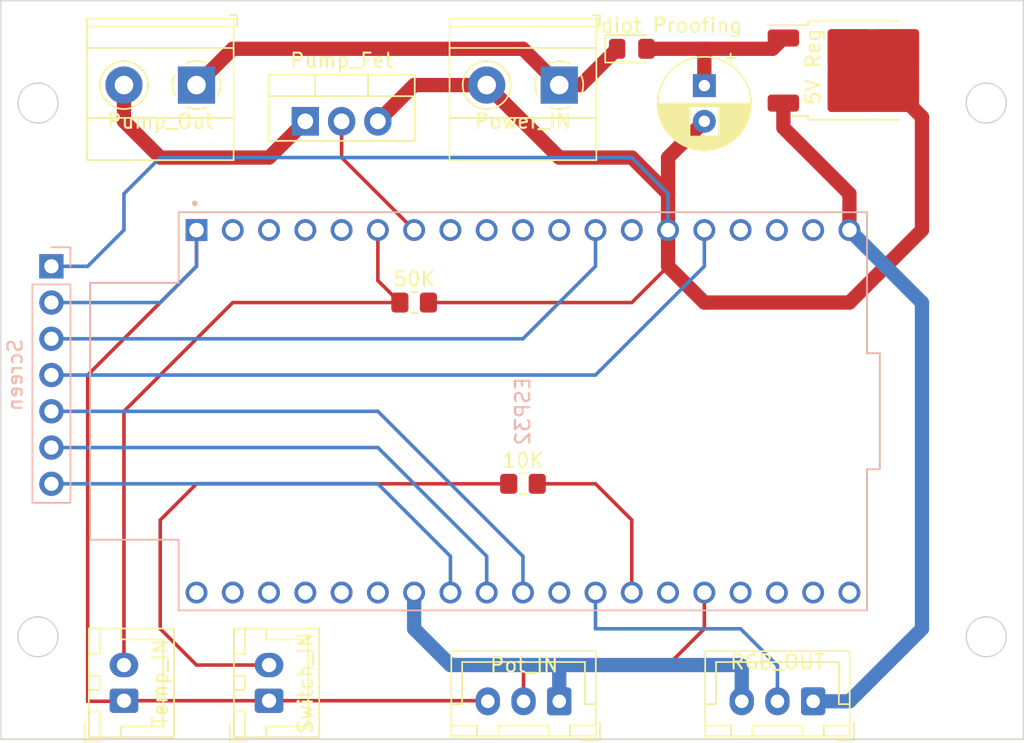
<source format=kicad_pcb>
(kicad_pcb (version 20221018) (generator pcbnew)
  (layers (0 "F.Cu" signal) (31 "B.Cu" signal) (34 "B.Paste" user) (35 "F.Paste" user) (36 "B.SilkS" user "B.Silkscreen") (37 "F.SilkS" user "F.Silkscreen") (38 "B.Mask" user) (39 "F.Mask" user) (44 "Edge.Cuts" user))
  (net 0 "")
  (footprint "Connector_JST:JST_XH_B2B-XH-A_1x02_P2.50mm_Vertical" (layer "F.Cu") (at 134.62 121.88 90)
    (fp_text reference "Temp_IN" (at 1.25 2.54 90) (layer "F.SilkS"))
    (fp_text value "Thermistor_OUT" hide)
    (fp_line (start -2.85 -2.75) (end -2.85 -1.5) (stroke (width 0.12)) (layer "F.SilkS"))
    (fp_line (start -2.56 -2.46) (end -2.56 3.51) (stroke (width 0.12)) (layer "F.SilkS"))
    (fp_line (start -2.56 3.51) (end 5.06 3.51) (stroke (width 0.12)) (layer "F.SilkS"))
    (fp_line (start -2.55 -2.45) (end -2.55 -1.7) (stroke (width 0.12)) (layer "F.SilkS"))
    (fp_line (start -2.55 -1.7) (end -0.75 -1.7) (stroke (width 0.12)) (layer "F.SilkS"))
    (fp_line (start -2.55 -0.2) (end -1.8 -0.2) (stroke (width 0.12)) (layer "F.SilkS"))
    (fp_line (start -1.8 -0.2) (end -1.8 2.75) (stroke (width 0.12)) (layer "F.SilkS"))
    (fp_line (start -1.8 2.75) (end 1.25 2.75) (stroke (width 0.12)) (layer "F.SilkS"))
    (fp_line (start -1.6 -2.75) (end -2.85 -2.75) (stroke (width 0.12)) (layer "F.SilkS"))
    (fp_line (start -0.75 -2.45) (end -2.55 -2.45) (stroke (width 0.12)) (layer "F.SilkS"))
    (fp_line (start -0.75 -1.7) (end -0.75 -2.45) (stroke (width 0.12)) (layer "F.SilkS"))
    (fp_line (start 0.75 -2.45) (end 0.75 -1.7) (stroke (width 0.12)) (layer "F.SilkS"))
    (fp_line (start 0.75 -1.7) (end 1.75 -1.7) (stroke (width 0.12)) (layer "F.SilkS"))
    (fp_line (start 1.75 -2.45) (end 0.75 -2.45) (stroke (width 0.12)) (layer "F.SilkS"))
    (fp_line (start 1.75 -1.7) (end 1.75 -2.45) (stroke (width 0.12)) (layer "F.SilkS"))
    (fp_line (start 3.25 -2.45) (end 3.25 -1.7) (stroke (width 0.12)) (layer "F.SilkS"))
    (fp_line (start 3.25 -1.7) (end 5.05 -1.7) (stroke (width 0.12)) (layer "F.SilkS"))
    (fp_line (start 4.3 -0.2) (end 4.3 2.75) (stroke (width 0.12)) (layer "F.SilkS"))
    (fp_line (start 4.3 2.75) (end 1.25 2.75) (stroke (width 0.12)) (layer "F.SilkS"))
    (fp_line (start 5.05 -2.45) (end 3.25 -2.45) (stroke (width 0.12)) (layer "F.SilkS"))
    (fp_line (start 5.05 -1.7) (end 5.05 -2.45) (stroke (width 0.12)) (layer "F.SilkS"))
    (fp_line (start 5.05 -0.2) (end 4.3 -0.2) (stroke (width 0.12)) (layer "F.SilkS"))
    (fp_line (start 5.06 -2.46) (end -2.56 -2.46) (stroke (width 0.12)) (layer "F.SilkS"))
    (fp_line (start 5.06 3.51) (end 5.06 -2.46) (stroke (width 0.12)) (layer "F.SilkS"))
    (pad "1" thru_hole roundrect (at 0 0 90) (size 1.7 2) (drill 1) (layers "*.Cu" "*.Mask") (roundrect_rratio 0.147059))
    (pad "2" thru_hole oval (at 2.5 0 90) (size 1.7 2) (drill 1) (layers "*.Cu" "*.Mask"))
  )
  (footprint "Diode_SMD:D_0805_2012Metric_Pad1.15x1.40mm_HandSolder" (layer "F.Cu") (at 170.18 76.2)
    (fp_text reference "Idiot Proofing" (at 2.54 -1.65) (layer "F.SilkS"))
    (fp_text value "D_0805_2012Metric_Pad1.15x1.40mm_HandSolder" hide)
    (fp_line (start -1.86 -0.96) (end -1.86 0.96) (stroke (width 0.12)) (layer "F.SilkS"))
    (fp_line (start -1.86 0.96) (end 1 0.96) (stroke (width 0.12)) (layer "F.SilkS"))
    (fp_line (start 1 -0.96) (end -1.86 -0.96) (stroke (width 0.12)) (layer "F.SilkS"))
    (pad "1" smd roundrect (at -1.025 0) (size 1.15 1.4) (layers "F.Cu" "F.Paste" "F.Mask") (roundrect_rratio 0.217391))
    (pad "2" smd roundrect (at 1.025 0) (size 1.15 1.4) (layers "F.Cu" "F.Paste" "F.Mask") (roundrect_rratio 0.217391))
  )
  (footprint "Resistor_SMD:R_0805_2012Metric_Pad1.20x1.40mm_HandSolder" (layer "F.Cu") (at 154.94 93.98)
    (fp_text reference "50K" (at 0 -1.65) (layer "F.SilkS"))
    (fp_text value "R_0805_2012Metric_Pad1.20x1.40mm_HandSolder" hide)
    (fp_line (start -0.227064 -0.735) (end 0.227064 -0.735) (stroke (width 0.12)) (layer "F.SilkS"))
    (fp_line (start -0.227064 0.735) (end 0.227064 0.735) (stroke (width 0.12)) (layer "F.SilkS"))
    (pad "1" smd roundrect (at -1 0) (size 1.2 1.4) (layers "F.Cu" "F.Paste" "F.Mask") (roundrect_rratio 0.208333))
    (pad "2" smd roundrect (at 1 0) (size 1.2 1.4) (layers "F.Cu" "F.Paste" "F.Mask") (roundrect_rratio 0.208333))
  )
  (footprint "Connector_JST:JST_XH_B3B-XH-A_1x03_P2.50mm_Vertical" (layer "F.Cu") (at 165.1 121.92 180)
    (fp_text reference "Pot_IN" (at 2.46 2.54) (layer "F.SilkS"))
    (fp_text value "JST_XH_B3B-XH-A_1x03_P2.50mm_Vertical" hide)
    (fp_line (start -2.85 -2.75) (end -2.85 -1.5) (stroke (width 0.12)) (layer "F.SilkS"))
    (fp_line (start -2.56 -2.46) (end -2.56 3.51) (stroke (width 0.12)) (layer "F.SilkS"))
    (fp_line (start -2.56 3.51) (end 7.56 3.51) (stroke (width 0.12)) (layer "F.SilkS"))
    (fp_line (start -2.55 -2.45) (end -2.55 -1.7) (stroke (width 0.12)) (layer "F.SilkS"))
    (fp_line (start -2.55 -1.7) (end -0.75 -1.7) (stroke (width 0.12)) (layer "F.SilkS"))
    (fp_line (start -2.55 -0.2) (end -1.8 -0.2) (stroke (width 0.12)) (layer "F.SilkS"))
    (fp_line (start -1.8 -0.2) (end -1.8 2.75) (stroke (width 0.12)) (layer "F.SilkS"))
    (fp_line (start -1.8 2.75) (end 2.5 2.75) (stroke (width 0.12)) (layer "F.SilkS"))
    (fp_line (start -1.6 -2.75) (end -2.85 -2.75) (stroke (width 0.12)) (layer "F.SilkS"))
    (fp_line (start -0.75 -2.45) (end -2.55 -2.45) (stroke (width 0.12)) (layer "F.SilkS"))
    (fp_line (start -0.75 -1.7) (end -0.75 -2.45) (stroke (width 0.12)) (layer "F.SilkS"))
    (fp_line (start 0.75 -2.45) (end 0.75 -1.7) (stroke (width 0.12)) (layer "F.SilkS"))
    (fp_line (start 0.75 -1.7) (end 4.25 -1.7) (stroke (width 0.12)) (layer "F.SilkS"))
    (fp_line (start 4.25 -2.45) (end 0.75 -2.45) (stroke (width 0.12)) (layer "F.SilkS"))
    (fp_line (start 4.25 -1.7) (end 4.25 -2.45) (stroke (width 0.12)) (layer "F.SilkS"))
    (fp_line (start 5.75 -2.45) (end 5.75 -1.7) (stroke (width 0.12)) (layer "F.SilkS"))
    (fp_line (start 5.75 -1.7) (end 7.55 -1.7) (stroke (width 0.12)) (layer "F.SilkS"))
    (fp_line (start 6.8 -0.2) (end 6.8 2.75) (stroke (width 0.12)) (layer "F.SilkS"))
    (fp_line (start 6.8 2.75) (end 2.5 2.75) (stroke (width 0.12)) (layer "F.SilkS"))
    (fp_line (start 7.55 -2.45) (end 5.75 -2.45) (stroke (width 0.12)) (layer "F.SilkS"))
    (fp_line (start 7.55 -1.7) (end 7.55 -2.45) (stroke (width 0.12)) (layer "F.SilkS"))
    (fp_line (start 7.55 -0.2) (end 6.8 -0.2) (stroke (width 0.12)) (layer "F.SilkS"))
    (fp_line (start 7.56 -2.46) (end -2.56 -2.46) (stroke (width 0.12)) (layer "F.SilkS"))
    (fp_line (start 7.56 3.51) (end 7.56 -2.46) (stroke (width 0.12)) (layer "F.SilkS"))
    (pad "1" thru_hole roundrect (at 0 0 180) (size 1.7 1.95) (drill 0.95) (layers "*.Cu" "*.Mask") (roundrect_rratio 0.147059))
    (pad "2" thru_hole oval (at 2.5 0 180) (size 1.7 1.95) (drill 0.95) (layers "*.Cu" "*.Mask"))
    (pad "3" thru_hole oval (at 5 0 180) (size 1.7 1.95) (drill 0.95) (layers "*.Cu" "*.Mask"))
  )
  (footprint "Capacitor_THT:CP_Radial_D6.3mm_P2.50mm" (layer "F.Cu") (at 175.26 78.78 -90)
    (fp_text reference "REF**" hide)
    (fp_text value "CP_Radial_D6.3mm_P2.50mm" hide)
    (fp_line (start -2.250241 -1.839) (end -1.620241 -1.839) (stroke (width 0.12)) (layer "F.SilkS"))
    (fp_line (start -1.935241 -2.154) (end -1.935241 -1.524) (stroke (width 0.12)) (layer "F.SilkS"))
    (fp_line (start 1.25 -3.23) (end 1.25 3.23) (stroke (width 0.12)) (layer "F.SilkS"))
    (fp_line (start 1.29 -3.23) (end 1.29 3.23) (stroke (width 0.12)) (layer "F.SilkS"))
    (fp_line (start 1.33 -3.23) (end 1.33 3.23) (stroke (width 0.12)) (layer "F.SilkS"))
    (fp_line (start 1.37 -3.228) (end 1.37 3.228) (stroke (width 0.12)) (layer "F.SilkS"))
    (fp_line (start 1.41 -3.227) (end 1.41 3.227) (stroke (width 0.12)) (layer "F.SilkS"))
    (fp_line (start 1.45 -3.224) (end 1.45 3.224) (stroke (width 0.12)) (layer "F.SilkS"))
    (fp_line (start 1.49 -3.222) (end 1.49 -1.04) (stroke (width 0.12)) (layer "F.SilkS"))
    (fp_line (start 1.49 1.04) (end 1.49 3.222) (stroke (width 0.12)) (layer "F.SilkS"))
    (fp_line (start 1.53 -3.218) (end 1.53 -1.04) (stroke (width 0.12)) (layer "F.SilkS"))
    (fp_line (start 1.53 1.04) (end 1.53 3.218) (stroke (width 0.12)) (layer "F.SilkS"))
    (fp_line (start 1.57 -3.215) (end 1.57 -1.04) (stroke (width 0.12)) (layer "F.SilkS"))
    (fp_line (start 1.57 1.04) (end 1.57 3.215) (stroke (width 0.12)) (layer "F.SilkS"))
    (fp_line (start 1.61 -3.211) (end 1.61 -1.04) (stroke (width 0.12)) (layer "F.SilkS"))
    (fp_line (start 1.61 1.04) (end 1.61 3.211) (stroke (width 0.12)) (layer "F.SilkS"))
    (fp_line (start 1.65 -3.206) (end 1.65 -1.04) (stroke (width 0.12)) (layer "F.SilkS"))
    (fp_line (start 1.65 1.04) (end 1.65 3.206) (stroke (width 0.12)) (layer "F.SilkS"))
    (fp_line (start 1.69 -3.201) (end 1.69 -1.04) (stroke (width 0.12)) (layer "F.SilkS"))
    (fp_line (start 1.69 1.04) (end 1.69 3.201) (stroke (width 0.12)) (layer "F.SilkS"))
    (fp_line (start 1.73 -3.195) (end 1.73 -1.04) (stroke (width 0.12)) (layer "F.SilkS"))
    (fp_line (start 1.73 1.04) (end 1.73 3.195) (stroke (width 0.12)) (layer "F.SilkS"))
    (fp_line (start 1.77 -3.189) (end 1.77 -1.04) (stroke (width 0.12)) (layer "F.SilkS"))
    (fp_line (start 1.77 1.04) (end 1.77 3.189) (stroke (width 0.12)) (layer "F.SilkS"))
    (fp_line (start 1.81 -3.182) (end 1.81 -1.04) (stroke (width 0.12)) (layer "F.SilkS"))
    (fp_line (start 1.81 1.04) (end 1.81 3.182) (stroke (width 0.12)) (layer "F.SilkS"))
    (fp_line (start 1.85 -3.175) (end 1.85 -1.04) (stroke (width 0.12)) (layer "F.SilkS"))
    (fp_line (start 1.85 1.04) (end 1.85 3.175) (stroke (width 0.12)) (layer "F.SilkS"))
    (fp_line (start 1.89 -3.167) (end 1.89 -1.04) (stroke (width 0.12)) (layer "F.SilkS"))
    (fp_line (start 1.89 1.04) (end 1.89 3.167) (stroke (width 0.12)) (layer "F.SilkS"))
    (fp_line (start 1.93 -3.159) (end 1.93 -1.04) (stroke (width 0.12)) (layer "F.SilkS"))
    (fp_line (start 1.93 1.04) (end 1.93 3.159) (stroke (width 0.12)) (layer "F.SilkS"))
    (fp_line (start 1.971 -3.15) (end 1.971 -1.04) (stroke (width 0.12)) (layer "F.SilkS"))
    (fp_line (start 1.971 1.04) (end 1.971 3.15) (stroke (width 0.12)) (layer "F.SilkS"))
    (fp_line (start 2.011 -3.141) (end 2.011 -1.04) (stroke (width 0.12)) (layer "F.SilkS"))
    (fp_line (start 2.011 1.04) (end 2.011 3.141) (stroke (width 0.12)) (layer "F.SilkS"))
    (fp_line (start 2.051 -3.131) (end 2.051 -1.04) (stroke (width 0.12)) (layer "F.SilkS"))
    (fp_line (start 2.051 1.04) (end 2.051 3.131) (stroke (width 0.12)) (layer "F.SilkS"))
    (fp_line (start 2.091 -3.121) (end 2.091 -1.04) (stroke (width 0.12)) (layer "F.SilkS"))
    (fp_line (start 2.091 1.04) (end 2.091 3.121) (stroke (width 0.12)) (layer "F.SilkS"))
    (fp_line (start 2.131 -3.11) (end 2.131 -1.04) (stroke (width 0.12)) (layer "F.SilkS"))
    (fp_line (start 2.131 1.04) (end 2.131 3.11) (stroke (width 0.12)) (layer "F.SilkS"))
    (fp_line (start 2.171 -3.098) (end 2.171 -1.04) (stroke (width 0.12)) (layer "F.SilkS"))
    (fp_line (start 2.171 1.04) (end 2.171 3.098) (stroke (width 0.12)) (layer "F.SilkS"))
    (fp_line (start 2.211 -3.086) (end 2.211 -1.04) (stroke (width 0.12)) (layer "F.SilkS"))
    (fp_line (start 2.211 1.04) (end 2.211 3.086) (stroke (width 0.12)) (layer "F.SilkS"))
    (fp_line (start 2.251 -3.074) (end 2.251 -1.04) (stroke (width 0.12)) (layer "F.SilkS"))
    (fp_line (start 2.251 1.04) (end 2.251 3.074) (stroke (width 0.12)) (layer "F.SilkS"))
    (fp_line (start 2.291 -3.061) (end 2.291 -1.04) (stroke (width 0.12)) (layer "F.SilkS"))
    (fp_line (start 2.291 1.04) (end 2.291 3.061) (stroke (width 0.12)) (layer "F.SilkS"))
    (fp_line (start 2.331 -3.047) (end 2.331 -1.04) (stroke (width 0.12)) (layer "F.SilkS"))
    (fp_line (start 2.331 1.04) (end 2.331 3.047) (stroke (width 0.12)) (layer "F.SilkS"))
    (fp_line (start 2.371 -3.033) (end 2.371 -1.04) (stroke (width 0.12)) (layer "F.SilkS"))
    (fp_line (start 2.371 1.04) (end 2.371 3.033) (stroke (width 0.12)) (layer "F.SilkS"))
    (fp_line (start 2.411 -3.018) (end 2.411 -1.04) (stroke (width 0.12)) (layer "F.SilkS"))
    (fp_line (start 2.411 1.04) (end 2.411 3.018) (stroke (width 0.12)) (layer "F.SilkS"))
    (fp_line (start 2.451 -3.002) (end 2.451 -1.04) (stroke (width 0.12)) (layer "F.SilkS"))
    (fp_line (start 2.451 1.04) (end 2.451 3.002) (stroke (width 0.12)) (layer "F.SilkS"))
    (fp_line (start 2.491 -2.986) (end 2.491 -1.04) (stroke (width 0.12)) (layer "F.SilkS"))
    (fp_line (start 2.491 1.04) (end 2.491 2.986) (stroke (width 0.12)) (layer "F.SilkS"))
    (fp_line (start 2.531 -2.97) (end 2.531 -1.04) (stroke (width 0.12)) (layer "F.SilkS"))
    (fp_line (start 2.531 1.04) (end 2.531 2.97) (stroke (width 0.12)) (layer "F.SilkS"))
    (fp_line (start 2.571 -2.952) (end 2.571 -1.04) (stroke (width 0.12)) (layer "F.SilkS"))
    (fp_line (start 2.571 1.04) (end 2.571 2.952) (stroke (width 0.12)) (layer "F.SilkS"))
    (fp_line (start 2.611 -2.934) (end 2.611 -1.04) (stroke (width 0.12)) (layer "F.SilkS"))
    (fp_line (start 2.611 1.04) (end 2.611 2.934) (stroke (width 0.12)) (layer "F.SilkS"))
    (fp_line (start 2.651 -2.916) (end 2.651 -1.04) (stroke (width 0.12)) (layer "F.SilkS"))
    (fp_line (start 2.651 1.04) (end 2.651 2.916) (stroke (width 0.12)) (layer "F.SilkS"))
    (fp_line (start 2.691 -2.896) (end 2.691 -1.04) (stroke (width 0.12)) (layer "F.SilkS"))
    (fp_line (start 2.691 1.04) (end 2.691 2.896) (stroke (width 0.12)) (layer "F.SilkS"))
    (fp_line (start 2.731 -2.876) (end 2.731 -1.04) (stroke (width 0.12)) (layer "F.SilkS"))
    (fp_line (start 2.731 1.04) (end 2.731 2.876) (stroke (width 0.12)) (layer "F.SilkS"))
    (fp_line (start 2.771 -2.856) (end 2.771 -1.04) (stroke (width 0.12)) (layer "F.SilkS"))
    (fp_line (start 2.771 1.04) (end 2.771 2.856) (stroke (width 0.12)) (layer "F.SilkS"))
    (fp_line (start 2.811 -2.834) (end 2.811 -1.04) (stroke (width 0.12)) (layer "F.SilkS"))
    (fp_line (start 2.811 1.04) (end 2.811 2.834) (stroke (width 0.12)) (layer "F.SilkS"))
    (fp_line (start 2.851 -2.812) (end 2.851 -1.04) (stroke (width 0.12)) (layer "F.SilkS"))
    (fp_line (start 2.851 1.04) (end 2.851 2.812) (stroke (width 0.12)) (layer "F.SilkS"))
    (fp_line (start 2.891 -2.79) (end 2.891 -1.04) (stroke (width 0.12)) (layer "F.SilkS"))
    (fp_line (start 2.891 1.04) (end 2.891 2.79) (stroke (width 0.12)) (layer "F.SilkS"))
    (fp_line (start 2.931 -2.766) (end 2.931 -1.04) (stroke (width 0.12)) (layer "F.SilkS"))
    (fp_line (start 2.931 1.04) (end 2.931 2.766) (stroke (width 0.12)) (layer "F.SilkS"))
    (fp_line (start 2.971 -2.742) (end 2.971 -1.04) (stroke (width 0.12)) (layer "F.SilkS"))
    (fp_line (start 2.971 1.04) (end 2.971 2.742) (stroke (width 0.12)) (layer "F.SilkS"))
    (fp_line (start 3.011 -2.716) (end 3.011 -1.04) (stroke (width 0.12)) (layer "F.SilkS"))
    (fp_line (start 3.011 1.04) (end 3.011 2.716) (stroke (width 0.12)) (layer "F.SilkS"))
    (fp_line (start 3.051 -2.69) (end 3.051 -1.04) (stroke (width 0.12)) (layer "F.SilkS"))
    (fp_line (start 3.051 1.04) (end 3.051 2.69) (stroke (width 0.12)) (layer "F.SilkS"))
    (fp_line (start 3.091 -2.664) (end 3.091 -1.04) (stroke (width 0.12)) (layer "F.SilkS"))
    (fp_line (start 3.091 1.04) (end 3.091 2.664) (stroke (width 0.12)) (layer "F.SilkS"))
    (fp_line (start 3.131 -2.636) (end 3.131 -1.04) (stroke (width 0.12)) (layer "F.SilkS"))
    (fp_line (start 3.131 1.04) (end 3.131 2.636) (stroke (width 0.12)) (layer "F.SilkS"))
    (fp_line (start 3.171 -2.607) (end 3.171 -1.04) (stroke (width 0.12)) (layer "F.SilkS"))
    (fp_line (start 3.171 1.04) (end 3.171 2.607) (stroke (width 0.12)) (layer "F.SilkS"))
    (fp_line (start 3.211 -2.578) (end 3.211 -1.04) (stroke (width 0.12)) (layer "F.SilkS"))
    (fp_line (start 3.211 1.04) (end 3.211 2.578) (stroke (width 0.12)) (layer "F.SilkS"))
    (fp_line (start 3.251 -2.548) (end 3.251 -1.04) (stroke (width 0.12)) (layer "F.SilkS"))
    (fp_line (start 3.251 1.04) (end 3.251 2.548) (stroke (width 0.12)) (layer "F.SilkS"))
    (fp_line (start 3.291 -2.516) (end 3.291 -1.04) (stroke (width 0.12)) (layer "F.SilkS"))
    (fp_line (start 3.291 1.04) (end 3.291 2.516) (stroke (width 0.12)) (layer "F.SilkS"))
    (fp_line (start 3.331 -2.484) (end 3.331 -1.04) (stroke (width 0.12)) (layer "F.SilkS"))
    (fp_line (start 3.331 1.04) (end 3.331 2.484) (stroke (width 0.12)) (layer "F.SilkS"))
    (fp_line (start 3.371 -2.45) (end 3.371 -1.04) (stroke (width 0.12)) (layer "F.SilkS"))
    (fp_line (start 3.371 1.04) (end 3.371 2.45) (stroke (width 0.12)) (layer "F.SilkS"))
    (fp_line (start 3.411 -2.416) (end 3.411 -1.04) (stroke (width 0.12)) (layer "F.SilkS"))
    (fp_line (start 3.411 1.04) (end 3.411 2.416) (stroke (width 0.12)) (layer "F.SilkS"))
    (fp_line (start 3.451 -2.38) (end 3.451 -1.04) (stroke (width 0.12)) (layer "F.SilkS"))
    (fp_line (start 3.451 1.04) (end 3.451 2.38) (stroke (width 0.12)) (layer "F.SilkS"))
    (fp_line (start 3.491 -2.343) (end 3.491 -1.04) (stroke (width 0.12)) (layer "F.SilkS"))
    (fp_line (start 3.491 1.04) (end 3.491 2.343) (stroke (width 0.12)) (layer "F.SilkS"))
    (fp_line (start 3.531 -2.305) (end 3.531 -1.04) (stroke (width 0.12)) (layer "F.SilkS"))
    (fp_line (start 3.531 1.04) (end 3.531 2.305) (stroke (width 0.12)) (layer "F.SilkS"))
    (fp_line (start 3.571 -2.265) (end 3.571 2.265) (stroke (width 0.12)) (layer "F.SilkS"))
    (fp_line (start 3.611 -2.224) (end 3.611 2.224) (stroke (width 0.12)) (layer "F.SilkS"))
    (fp_line (start 3.651 -2.182) (end 3.651 2.182) (stroke (width 0.12)) (layer "F.SilkS"))
    (fp_line (start 3.691 -2.137) (end 3.691 2.137) (stroke (width 0.12)) (layer "F.SilkS"))
    (fp_line (start 3.731 -2.092) (end 3.731 2.092) (stroke (width 0.12)) (layer "F.SilkS"))
    (fp_line (start 3.771 -2.044) (end 3.771 2.044) (stroke (width 0.12)) (layer "F.SilkS"))
    (fp_line (start 3.811 -1.995) (end 3.811 1.995) (stroke (width 0.12)) (layer "F.SilkS"))
    (fp_line (start 3.851 -1.944) (end 3.851 1.944) (stroke (width 0.12)) (layer "F.SilkS"))
    (fp_line (start 3.891 -1.89) (end 3.891 1.89) (stroke (width 0.12)) (layer "F.SilkS"))
    (fp_line (start 3.931 -1.834) (end 3.931 1.834) (stroke (width 0.12)) (layer "F.SilkS"))
    (fp_line (start 3.971 -1.776) (end 3.971 1.776) (stroke (width 0.12)) (layer "F.SilkS"))
    (fp_line (start 4.011 -1.714) (end 4.011 1.714) (stroke (width 0.12)) (layer "F.SilkS"))
    (fp_line (start 4.051 -1.65) (end 4.051 1.65) (stroke (width 0.12)) (layer "F.SilkS"))
    (fp_line (start 4.091 -1.581) (end 4.091 1.581) (stroke (width 0.12)) (layer "F.SilkS"))
    (fp_line (start 4.131 -1.509) (end 4.131 1.509) (stroke (width 0.12)) (layer "F.SilkS"))
    (fp_line (start 4.171 -1.432) (end 4.171 1.432) (stroke (width 0.12)) (layer "F.SilkS"))
    (fp_line (start 4.211 -1.35) (end 4.211 1.35) (stroke (width 0.12)) (layer "F.SilkS"))
    (fp_line (start 4.251 -1.262) (end 4.251 1.262) (stroke (width 0.12)) (layer "F.SilkS"))
    (fp_line (start 4.291 -1.165) (end 4.291 1.165) (stroke (width 0.12)) (layer "F.SilkS"))
    (fp_line (start 4.331 -1.059) (end 4.331 1.059) (stroke (width 0.12)) (layer "F.SilkS"))
    (fp_line (start 4.371 -0.94) (end 4.371 0.94) (stroke (width 0.12)) (layer "F.SilkS"))
    (fp_line (start 4.411 -0.802) (end 4.411 0.802) (stroke (width 0.12)) (layer "F.SilkS"))
    (fp_line (start 4.451 -0.633) (end 4.451 0.633) (stroke (width 0.12)) (layer "F.SilkS"))
    (fp_line (start 4.491 -0.402) (end 4.491 0.402) (stroke (width 0.12)) (layer "F.SilkS"))
    (fp_circle (center 1.25 0) (end 4.52 0) (stroke (width 0.12)) (fill none) (layer "F.SilkS"))
    (pad "1" thru_hole rect (at 0 0 270) (size 1.6 1.6) (drill 0.8) (layers "*.Cu" "*.Mask"))
    (pad "2" thru_hole circle (at 2.5 0 270) (size 1.6 1.6) (drill 0.8) (layers "*.Cu" "*.Mask"))
  )
  (footprint "Connector_JST:JST_XH_B3B-XH-A_1x03_P2.50mm_Vertical" (layer "F.Cu") (at 182.88 121.92 180)
    (fp_text reference "RGB_OUT" (at 2.5 2.75) (layer "F.SilkS"))
    (fp_text value "JST_XH_B3B-XH-A_1x03_P2.50mm_Vertical" hide)
    (fp_line (start -2.85 -2.75) (end -2.85 -1.5) (stroke (width 0.12)) (layer "F.SilkS"))
    (fp_line (start -2.56 -2.46) (end -2.56 3.51) (stroke (width 0.12)) (layer "F.SilkS"))
    (fp_line (start -2.56 3.51) (end 7.56 3.51) (stroke (width 0.12)) (layer "F.SilkS"))
    (fp_line (start -2.55 -2.45) (end -2.55 -1.7) (stroke (width 0.12)) (layer "F.SilkS"))
    (fp_line (start -2.55 -1.7) (end -0.75 -1.7) (stroke (width 0.12)) (layer "F.SilkS"))
    (fp_line (start -2.55 -0.2) (end -1.8 -0.2) (stroke (width 0.12)) (layer "F.SilkS"))
    (fp_line (start -1.8 -0.2) (end -1.8 2.75) (stroke (width 0.12)) (layer "F.SilkS"))
    (fp_line (start -1.8 2.75) (end 2.5 2.75) (stroke (width 0.12)) (layer "F.SilkS"))
    (fp_line (start -1.6 -2.75) (end -2.85 -2.75) (stroke (width 0.12)) (layer "F.SilkS"))
    (fp_line (start -0.75 -2.45) (end -2.55 -2.45) (stroke (width 0.12)) (layer "F.SilkS"))
    (fp_line (start -0.75 -1.7) (end -0.75 -2.45) (stroke (width 0.12)) (layer "F.SilkS"))
    (fp_line (start 0.75 -2.45) (end 0.75 -1.7) (stroke (width 0.12)) (layer "F.SilkS"))
    (fp_line (start 0.75 -1.7) (end 4.25 -1.7) (stroke (width 0.12)) (layer "F.SilkS"))
    (fp_line (start 4.25 -2.45) (end 0.75 -2.45) (stroke (width 0.12)) (layer "F.SilkS"))
    (fp_line (start 4.25 -1.7) (end 4.25 -2.45) (stroke (width 0.12)) (layer "F.SilkS"))
    (fp_line (start 5.75 -2.45) (end 5.75 -1.7) (stroke (width 0.12)) (layer "F.SilkS"))
    (fp_line (start 5.75 -1.7) (end 7.55 -1.7) (stroke (width 0.12)) (layer "F.SilkS"))
    (fp_line (start 6.8 -0.2) (end 6.8 2.75) (stroke (width 0.12)) (layer "F.SilkS"))
    (fp_line (start 6.8 2.75) (end 2.5 2.75) (stroke (width 0.12)) (layer "F.SilkS"))
    (fp_line (start 7.55 -2.45) (end 5.75 -2.45) (stroke (width 0.12)) (layer "F.SilkS"))
    (fp_line (start 7.55 -1.7) (end 7.55 -2.45) (stroke (width 0.12)) (layer "F.SilkS"))
    (fp_line (start 7.55 -0.2) (end 6.8 -0.2) (stroke (width 0.12)) (layer "F.SilkS"))
    (fp_line (start 7.56 -2.46) (end -2.56 -2.46) (stroke (width 0.12)) (layer "F.SilkS"))
    (fp_line (start 7.56 3.51) (end 7.56 -2.46) (stroke (width 0.12)) (layer "F.SilkS"))
    (pad "1" thru_hole roundrect (at 0 0 180) (size 1.7 1.95) (drill 0.95) (layers "*.Cu" "*.Mask") (roundrect_rratio 0.147059))
    (pad "2" thru_hole oval (at 2.5 0 180) (size 1.7 1.95) (drill 0.95) (layers "*.Cu" "*.Mask"))
    (pad "3" thru_hole oval (at 5 0 180) (size 1.7 1.95) (drill 0.95) (layers "*.Cu" "*.Mask"))
  )
  (footprint "Resistor_SMD:R_0805_2012Metric_Pad1.20x1.40mm_HandSolder" (layer "F.Cu") (at 162.56 106.68)
    (fp_text reference "10K" (at 0 -1.65) (layer "F.SilkS"))
    (fp_text value "R_0805_2012Metric_Pad1.20x1.40mm_HandSolder" hide)
    (fp_line (start -0.227064 -0.735) (end 0.227064 -0.735) (stroke (width 0.12)) (layer "F.SilkS"))
    (fp_line (start -0.227064 0.735) (end 0.227064 0.735) (stroke (width 0.12)) (layer "F.SilkS"))
    (pad "1" smd roundrect (at -1 0) (size 1.2 1.4) (layers "F.Cu" "F.Paste" "F.Mask") (roundrect_rratio 0.208333))
    (pad "2" smd roundrect (at 1 0) (size 1.2 1.4) (layers "F.Cu" "F.Paste" "F.Mask") (roundrect_rratio 0.208333))
  )
  (footprint "Package_TO_SOT_SMD:TO-252-2" (layer "F.Cu") (at 185.835 77.725)
    (fp_text reference "5V Reg" (at -2.955 -0.26 -270) (layer "F.SilkS"))
    (fp_text value "TO-252-2" hide)
    (fp_line (start -3.31 -3.45) (end -3.31 -3.18) (stroke (width 0.12)) (layer "F.SilkS"))
    (fp_line (start -3.31 -3.18) (end -6.14 -3.18) (stroke (width 0.12)) (layer "F.SilkS"))
    (fp_line (start -3.31 3.18) (end -4.41 3.18) (stroke (width 0.12)) (layer "F.SilkS"))
    (fp_line (start -3.31 3.45) (end -3.31 3.18) (stroke (width 0.12)) (layer "F.SilkS"))
    (fp_line (start 3.11 -3.45) (end -3.31 -3.45) (stroke (width 0.12)) (layer "F.SilkS"))
    (fp_line (start 3.11 3.45) (end -3.31 3.45) (stroke (width 0.12)) (layer "F.SilkS"))
    (pad "1" smd roundrect (at -5.04 -2.28) (size 2.2 1.2) (layers "F.Cu" "F.Paste" "F.Mask") (roundrect_rratio 0.208333))
    (pad "2" smd roundrect (at -0.415 -1.525) (size 3.05 2.75) (layers "F.Cu" "F.Paste") (roundrect_rratio 0.090909))
    (pad "2" smd roundrect (at -0.415 1.525) (size 3.05 2.75) (layers "F.Cu" "F.Paste") (roundrect_rratio 0.090909))
    (pad "2" smd roundrect (at 1.26 0) (size 6.4 5.8) (layers "F.Cu" "F.Mask") (roundrect_rratio 0.043103))
    (pad "2" smd roundrect (at 2.935 -1.525) (size 3.05 2.75) (layers "F.Cu" "F.Paste") (roundrect_rratio 0.090909))
    (pad "2" smd roundrect (at 2.935 1.525) (size 3.05 2.75) (layers "F.Cu" "F.Paste") (roundrect_rratio 0.090909))
    (pad "3" smd roundrect (at -5.04 2.28) (size 2.2 1.2) (layers "F.Cu" "F.Paste" "F.Mask") (roundrect_rratio 0.208333))
  )
  (footprint "TerminalBlock_Phoenix:TerminalBlock_Phoenix_MKDS-1,5-2-5.08_1x02_P5.08mm_Horizontal" (layer "F.Cu") (at 165.1 78.74 180)
    (fp_text reference "Power_IN" (at 2.54 -2.54) (layer "F.SilkS"))
    (fp_text value "TerminalBlock_Phoenix_MKDS-1,5-2-5.08_1x02_P5.08mm_Horizontal" hide)
    (fp_line (start -2.84 4.16) (end -2.84 4.9) (stroke (width 0.12)) (layer "F.SilkS"))
    (fp_line (start -2.84 4.9) (end -2.34 4.9) (stroke (width 0.12)) (layer "F.SilkS"))
    (fp_line (start -2.6 -5.261) (end -2.6 4.66) (stroke (width 0.12)) (layer "F.SilkS"))
    (fp_line (start -2.6 -5.261) (end 7.68 -5.261) (stroke (width 0.12)) (layer "F.SilkS"))
    (fp_line (start -2.6 -2.301) (end 7.68 -2.301) (stroke (width 0.12)) (layer "F.SilkS"))
    (fp_line (start -2.6 2.6) (end 7.68 2.6) (stroke (width 0.12)) (layer "F.SilkS"))
    (fp_line (start -2.6 4.1) (end 7.68 4.1) (stroke (width 0.12)) (layer "F.SilkS"))
    (fp_line (start -2.6 4.66) (end 7.68 4.66) (stroke (width 0.12)) (layer "F.SilkS"))
    (fp_line (start 3.853 1.023) (end 3.806 1.069) (stroke (width 0.12)) (layer "F.SilkS"))
    (fp_line (start 4.046 1.239) (end 4.011 1.274) (stroke (width 0.12)) (layer "F.SilkS"))
    (fp_line (start 6.15 -1.275) (end 6.115 -1.239) (stroke (width 0.12)) (layer "F.SilkS"))
    (fp_line (start 6.355 -1.069) (end 6.308 -1.023) (stroke (width 0.12)) (layer "F.SilkS"))
    (fp_line (start 7.68 -5.261) (end 7.68 4.66) (stroke (width 0.12)) (layer "F.SilkS"))
    (fp_arc (start -1.535427 0.683042) (mid -1.680501 -0.000524) (end -1.535 -0.684) (stroke (width 0.12)) (layer "F.SilkS"))
    (fp_arc (start -0.683042 -1.535427) (mid 0.000524 -1.680501) (end 0.684 -1.535) (stroke (width 0.12)) (layer "F.SilkS"))
    (fp_arc (start 0.028805 1.680253) (mid -0.335551 1.646659) (end -0.684 1.535) (stroke (width 0.12)) (layer "F.SilkS"))
    (fp_arc (start 0.683318 1.534756) (mid 0.349292 1.643288) (end 0 1.68) (stroke (width 0.12)) (layer "F.SilkS"))
    (fp_arc (start 1.535427 -0.683042) (mid 1.680501 0.000524) (end 1.535 0.684) (stroke (width 0.12)) (layer "F.SilkS"))
    (fp_circle (center 5.08 0) (end 6.76 0) (stroke (width 0.12)) (fill none) (layer "F.SilkS"))
    (pad "+" thru_hole rect (at 0 0 180) (size 2.6 2.6) (drill 1.3) (layers "*.Cu" "*.Mask"))
    (pad "-" thru_hole circle (at 5.08 0 180) (size 2.6 2.6) (drill 1.3) (layers "*.Cu" "*.Mask"))
  )
  (footprint "Package_TO_SOT_THT:TO-220-3_Vertical" (layer "F.Cu") (at 147.32 81.28)
    (fp_text reference "Pump_Fet" (at 2.54 -4.27) (layer "F.SilkS"))
    (fp_text value "TO-220-3_Vertical" hide)
    (fp_line (start -2.58 -3.27) (end -2.58 1.371) (stroke (width 0.12)) (layer "F.SilkS"))
    (fp_line (start -2.58 -3.27) (end 7.66 -3.27) (stroke (width 0.12)) (layer "F.SilkS"))
    (fp_line (start -2.58 -1.76) (end 7.66 -1.76) (stroke (width 0.12)) (layer "F.SilkS"))
    (fp_line (start -2.58 1.371) (end 7.66 1.371) (stroke (width 0.12)) (layer "F.SilkS"))
    (fp_line (start 0.69 -3.27) (end 0.69 -1.76) (stroke (width 0.12)) (layer "F.SilkS"))
    (fp_line (start 4.391 -3.27) (end 4.391 -1.76) (stroke (width 0.12)) (layer "F.SilkS"))
    (fp_line (start 7.66 -3.27) (end 7.66 1.371) (stroke (width 0.12)) (layer "F.SilkS"))
    (pad "1" thru_hole rect (at 0 0) (size 1.905 2) (drill 1.1) (layers "*.Cu" "*.Mask"))
    (pad "2" thru_hole oval (at 2.54 0) (size 1.905 2) (drill 1.1) (layers "*.Cu" "*.Mask"))
    (pad "3" thru_hole oval (at 5.08 0) (size 1.905 2) (drill 1.1) (layers "*.Cu" "*.Mask"))
  )
  (footprint "TerminalBlock_Phoenix:TerminalBlock_Phoenix_MKDS-1,5-2-5.08_1x02_P5.08mm_Horizontal" (layer "F.Cu") (at 139.7 78.74 180)
    (fp_text reference "Pump_Out" (at 2.54 -2.54) (layer "F.SilkS"))
    (fp_text value "TerminalBlock_Phoenix_MKDS-1,5-2-5.08_1x02_P5.08mm_Horizontal" hide)
    (fp_line (start -2.84 4.16) (end -2.84 4.9) (stroke (width 0.12)) (layer "F.SilkS"))
    (fp_line (start -2.84 4.9) (end -2.34 4.9) (stroke (width 0.12)) (layer "F.SilkS"))
    (fp_line (start -2.6 -5.261) (end -2.6 4.66) (stroke (width 0.12)) (layer "F.SilkS"))
    (fp_line (start -2.6 -5.261) (end 7.68 -5.261) (stroke (width 0.12)) (layer "F.SilkS"))
    (fp_line (start -2.6 -2.301) (end 7.68 -2.301) (stroke (width 0.12)) (layer "F.SilkS"))
    (fp_line (start -2.6 2.6) (end 7.68 2.6) (stroke (width 0.12)) (layer "F.SilkS"))
    (fp_line (start -2.6 4.1) (end 7.68 4.1) (stroke (width 0.12)) (layer "F.SilkS"))
    (fp_line (start -2.6 4.66) (end 7.68 4.66) (stroke (width 0.12)) (layer "F.SilkS"))
    (fp_line (start 3.853 1.023) (end 3.806 1.069) (stroke (width 0.12)) (layer "F.SilkS"))
    (fp_line (start 4.046 1.239) (end 4.011 1.274) (stroke (width 0.12)) (layer "F.SilkS"))
    (fp_line (start 6.15 -1.275) (end 6.115 -1.239) (stroke (width 0.12)) (layer "F.SilkS"))
    (fp_line (start 6.355 -1.069) (end 6.308 -1.023) (stroke (width 0.12)) (layer "F.SilkS"))
    (fp_line (start 7.68 -5.261) (end 7.68 4.66) (stroke (width 0.12)) (layer "F.SilkS"))
    (fp_arc (start -1.535427 0.683042) (mid -1.680501 -0.000524) (end -1.535 -0.684) (stroke (width 0.12)) (layer "F.SilkS"))
    (fp_arc (start -0.683042 -1.535427) (mid 0.000524 -1.680501) (end 0.684 -1.535) (stroke (width 0.12)) (layer "F.SilkS"))
    (fp_arc (start 0.028805 1.680253) (mid -0.335551 1.646659) (end -0.684 1.535) (stroke (width 0.12)) (layer "F.SilkS"))
    (fp_arc (start 0.683318 1.534756) (mid 0.349292 1.643288) (end 0 1.68) (stroke (width 0.12)) (layer "F.SilkS"))
    (fp_arc (start 1.535427 -0.683042) (mid 1.680501 0.000524) (end 1.535 0.684) (stroke (width 0.12)) (layer "F.SilkS"))
    (fp_circle (center 5.08 0) (end 6.76 0) (stroke (width 0.12)) (fill none) (layer "F.SilkS"))
    (pad "+" thru_hole rect (at 0 0 180) (size 2.6 2.6) (drill 1.3) (layers "*.Cu" "*.Mask"))
    (pad "-" thru_hole circle (at 5.08 0 180) (size 2.6 2.6) (drill 1.3) (layers "*.Cu" "*.Mask"))
  )
  (footprint "Connector_JST:JST_XH_B2B-XH-A_1x02_P2.50mm_Vertical" (layer "F.Cu") (at 144.78 121.88 90)
    (fp_text reference "Switch_IN" (at 1.25 2.54 90) (layer "F.SilkS"))
    (fp_text value "Switch_OUT" hide)
    (fp_line (start -2.85 -2.75) (end -2.85 -1.5) (stroke (width 0.12)) (layer "F.SilkS"))
    (fp_line (start -2.56 -2.46) (end -2.56 3.51) (stroke (width 0.12)) (layer "F.SilkS"))
    (fp_line (start -2.56 3.51) (end 5.06 3.51) (stroke (width 0.12)) (layer "F.SilkS"))
    (fp_line (start -2.55 -2.45) (end -2.55 -1.7) (stroke (width 0.12)) (layer "F.SilkS"))
    (fp_line (start -2.55 -1.7) (end -0.75 -1.7) (stroke (width 0.12)) (layer "F.SilkS"))
    (fp_line (start -2.55 -0.2) (end -1.8 -0.2) (stroke (width 0.12)) (layer "F.SilkS"))
    (fp_line (start -1.8 -0.2) (end -1.8 2.75) (stroke (width 0.12)) (layer "F.SilkS"))
    (fp_line (start -1.8 2.75) (end 1.25 2.75) (stroke (width 0.12)) (layer "F.SilkS"))
    (fp_line (start -1.6 -2.75) (end -2.85 -2.75) (stroke (width 0.12)) (layer "F.SilkS"))
    (fp_line (start -0.75 -2.45) (end -2.55 -2.45) (stroke (width 0.12)) (layer "F.SilkS"))
    (fp_line (start -0.75 -1.7) (end -0.75 -2.45) (stroke (width 0.12)) (layer "F.SilkS"))
    (fp_line (start 0.75 -2.45) (end 0.75 -1.7) (stroke (width 0.12)) (layer "F.SilkS"))
    (fp_line (start 0.75 -1.7) (end 1.75 -1.7) (stroke (width 0.12)) (layer "F.SilkS"))
    (fp_line (start 1.75 -2.45) (end 0.75 -2.45) (stroke (width 0.12)) (layer "F.SilkS"))
    (fp_line (start 1.75 -1.7) (end 1.75 -2.45) (stroke (width 0.12)) (layer "F.SilkS"))
    (fp_line (start 3.25 -2.45) (end 3.25 -1.7) (stroke (width 0.12)) (layer "F.SilkS"))
    (fp_line (start 3.25 -1.7) (end 5.05 -1.7) (stroke (width 0.12)) (layer "F.SilkS"))
    (fp_line (start 4.3 -0.2) (end 4.3 2.75) (stroke (width 0.12)) (layer "F.SilkS"))
    (fp_line (start 4.3 2.75) (end 1.25 2.75) (stroke (width 0.12)) (layer "F.SilkS"))
    (fp_line (start 5.05 -2.45) (end 3.25 -2.45) (stroke (width 0.12)) (layer "F.SilkS"))
    (fp_line (start 5.05 -1.7) (end 5.05 -2.45) (stroke (width 0.12)) (layer "F.SilkS"))
    (fp_line (start 5.05 -0.2) (end 4.3 -0.2) (stroke (width 0.12)) (layer "F.SilkS"))
    (fp_line (start 5.06 -2.46) (end -2.56 -2.46) (stroke (width 0.12)) (layer "F.SilkS"))
    (fp_line (start 5.06 3.51) (end 5.06 -2.46) (stroke (width 0.12)) (layer "F.SilkS"))
    (pad "1" thru_hole roundrect (at 0 0 90) (size 1.7 2) (drill 1) (layers "*.Cu" "*.Mask") (roundrect_rratio 0.147059))
    (pad "2" thru_hole oval (at 2.5 0 90) (size 1.7 2) (drill 1) (layers "*.Cu" "*.Mask"))
  )
  (footprint "Connector_PinHeader_2.54mm:PinHeader_1x07_P2.54mm_Vertical" (layer "B.Cu") (at 129.54 91.44 180)
    (fp_text reference "Screen" (at 2.54 -7.62 90) (layer "B.SilkS") (effects (justify mirror)))
    (fp_text value "PinHeader_1x07_P2.54mm_Vertical" hide)
    (fp_line (start -1.33 -16.57) (end 1.33 -16.57) (stroke (width 0.12)) (layer "B.SilkS"))
    (fp_line (start -1.33 -1.27) (end -1.33 -16.57) (stroke (width 0.12)) (layer "B.SilkS"))
    (fp_line (start -1.33 -1.27) (end 1.33 -1.27) (stroke (width 0.12)) (layer "B.SilkS"))
    (fp_line (start -1.33 0) (end -1.33 1.33) (stroke (width 0.12)) (layer "B.SilkS"))
    (fp_line (start -1.33 1.33) (end 0 1.33) (stroke (width 0.12)) (layer "B.SilkS"))
    (fp_line (start 1.33 -1.27) (end 1.33 -16.57) (stroke (width 0.12)) (layer "B.SilkS"))
    (pad "3V3" thru_hole oval (at 0 -2.54 180) (size 1.7 1.7) (drill 1) (layers "*.Cu" "*.Mask"))
    (pad "CS" thru_hole oval (at 0 -15.24 180) (size 1.7 1.7) (drill 1) (layers "*.Cu" "*.Mask"))
    (pad "DC" thru_hole oval (at 0 -12.7 180) (size 1.7 1.7) (drill 1) (layers "*.Cu" "*.Mask"))
    (pad "GND" thru_hole rect (at 0 0 180) (size 1.7 1.7) (drill 1) (layers "*.Cu" "*.Mask"))
    (pad "RES" thru_hole oval (at 0 -10.16 180) (size 1.7 1.7) (drill 1) (layers "*.Cu" "*.Mask"))
    (pad "SCLK" thru_hole oval (at 0 -5.08 180) (size 1.7 1.7) (drill 1) (layers "*.Cu" "*.Mask"))
    (pad "SDA" thru_hole oval (at 0 -7.62 180) (size 1.7 1.7) (drill 1) (layers "*.Cu" "*.Mask"))
  )
  (footprint "ESP32-DEVKITC:MODULE_ESP32-DEVKITC" (layer "B.Cu") (at 162.55 101.6 -90)
    (fp_text reference "ESP32" (at 0 0 90) (layer "B.SilkS") (effects (justify mirror)))
    (fp_text value "MODULE_ESP32-DEVKITC" hide)
    (fp_line (start -13.95 -24.1) (end -4.07 -24.1) (stroke (width 0.127)) (layer "B.SilkS"))
    (fp_line (start -13.95 24.1) (end -13.95 -24.1) (stroke (width 0.127)) (layer "B.SilkS"))
    (fp_line (start -9 24.1) (end -13.95 24.1) (stroke (width 0.127)) (layer "B.SilkS"))
    (fp_line (start -9 24.1) (end -9 30.3) (stroke (width 0.127)) (layer "B.SilkS"))
    (fp_line (start -9 30.3) (end 9 30.3) (stroke (width 0.127)) (layer "B.SilkS"))
    (fp_line (start -4.07 -25) (end 4.06 -25) (stroke (width 0.127)) (layer "B.SilkS"))
    (fp_line (start -4.07 -24.1) (end -4.07 -25) (stroke (width 0.127)) (layer "B.SilkS"))
    (fp_line (start 4.06 -25) (end 4.06 -24.1) (stroke (width 0.127)) (layer "B.SilkS"))
    (fp_line (start 4.06 -24.1) (end 13.95 -24.1) (stroke (width 0.127)) (layer "B.SilkS"))
    (fp_line (start 9 30.3) (end 9 24.1) (stroke (width 0.127)) (layer "B.SilkS"))
    (fp_line (start 13.95 -24.1) (end 13.95 24.1) (stroke (width 0.127)) (layer "B.SilkS"))
    (fp_line (start 13.95 24.1) (end 9 24.1) (stroke (width 0.127)) (layer "B.SilkS"))
    (fp_circle (center -14.57 22.97) (end -14.47 22.97) (stroke (width 0.2)) (fill none) (layer "B.SilkS"))
    (pad "0" thru_hole circle (at 12.7 -10.17 270) (size 1.53 1.53) (drill 1.02) (layers "*.Cu" "*.Mask"))
    (pad "1" thru_hole circle (at 12.7 15.23 270) (size 1.53 1.53) (drill 1.02) (layers "*.Cu" "*.Mask"))
    (pad "2" thru_hole circle (at 12.7 -12.71 270) (size 1.53 1.53) (drill 1.02) (layers "*.Cu" "*.Mask"))
    (pad "3" thru_hole circle (at 12.7 12.69 270) (size 1.53 1.53) (drill 1.02) (layers "*.Cu" "*.Mask"))
    (pad "3V3" thru_hole rect (at -12.7 22.85 270) (size 1.53 1.53) (drill 1.02) (layers "*.Cu" "*.Mask"))
    (pad "4" thru_hole circle (at 12.7 -7.63 270) (size 1.53 1.53) (drill 1.02) (layers "*.Cu" "*.Mask"))
    (pad "5" thru_hole circle (at 12.7 -0.01 270) (size 1.53 1.53) (drill 1.02) (layers "*.Cu" "*.Mask"))
    (pad "5V" thru_hole circle (at -12.7 -22.87 270) (size 1.53 1.53) (drill 1.02) (layers "*.Cu" "*.Mask"))
    (pad "6" thru_hole circle (at 12.7 -22.87 270) (size 1.53 1.53) (drill 1.02) (layers "*.Cu" "*.Mask"))
    (pad "7" thru_hole circle (at 12.7 -20.33 270) (size 1.53 1.53) (drill 1.02) (layers "*.Cu" "*.Mask"))
    (pad "8" thru_hole circle (at 12.7 -17.79 270) (size 1.53 1.53) (drill 1.02) (layers "*.Cu" "*.Mask"))
    (pad "9" thru_hole circle (at -12.7 -15.25 270) (size 1.53 1.53) (drill 1.02) (layers "*.Cu" "*.Mask"))
    (pad "10" thru_hole circle (at -12.7 -17.79 270) (size 1.53 1.53) (drill 1.02) (layers "*.Cu" "*.Mask"))
    (pad "11" thru_hole circle (at -12.7 -20.33 270) (size 1.53 1.53) (drill 1.02) (layers "*.Cu" "*.Mask"))
    (pad "12" thru_hole circle (at -12.7 -7.63 270) (size 1.53 1.53) (drill 1.02) (layers "*.Cu" "*.Mask"))
    (pad "13" thru_hole circle (at -12.7 -12.71 270) (size 1.53 1.53) (drill 1.02) (layers "*.Cu" "*.Mask"))
    (pad "14" thru_hole circle (at -12.7 -5.09 270) (size 1.53 1.53) (drill 1.02) (layers "*.Cu" "*.Mask"))
    (pad "15" thru_hole circle (at 12.7 -15.25 270) (size 1.53 1.53) (drill 1.02) (layers "*.Cu" "*.Mask"))
    (pad "16" thru_hole circle (at 12.7 -5.09 270) (size 1.53 1.53) (drill 1.02) (layers "*.Cu" "*.Mask"))
    (pad "17" thru_hole circle (at 12.7 -2.55 270) (size 1.53 1.53) (drill 1.02) (layers "*.Cu" "*.Mask"))
    (pad "18" thru_hole circle (at 12.7 2.53 270) (size 1.53 1.53) (drill 1.02) (layers "*.Cu" "*.Mask"))
    (pad "19" thru_hole circle (at 12.7 5.07 270) (size 1.53 1.53) (drill 1.02) (layers "*.Cu" "*.Mask"))
    (pad "21" thru_hole circle (at 12.7 10.15 270) (size 1.53 1.53) (drill 1.02) (layers "*.Cu" "*.Mask"))
    (pad "22" thru_hole circle (at 12.7 17.77 270) (size 1.53 1.53) (drill 1.02) (layers "*.Cu" "*.Mask"))
    (pad "23" thru_hole circle (at 12.7 20.31 270) (size 1.53 1.53) (drill 1.02) (layers "*.Cu" "*.Mask"))
    (pad "25" thru_hole circle (at -12.7 2.53 270) (size 1.53 1.53) (drill 1.02) (layers "*.Cu" "*.Mask"))
    (pad "26" thru_hole circle (at -12.7 -0.01 270) (size 1.53 1.53) (drill 1.02) (layers "*.Cu" "*.Mask"))
    (pad "27" thru_hole circle (at -12.7 -2.55 270) (size 1.53 1.53) (drill 1.02) (layers "*.Cu" "*.Mask"))
    (pad "32" thru_hole circle (at -12.7 7.61 270) (size 1.53 1.53) (drill 1.02) (layers "*.Cu" "*.Mask"))
    (pad "33" thru_hole circle (at -12.7 5.07 270) (size 1.53 1.53) (drill 1.02) (layers "*.Cu" "*.Mask"))
    (pad "34" thru_hole circle (at -12.7 12.69 270) (size 1.53 1.53) (drill 1.02) (layers "*.Cu" "*.Mask"))
    (pad "35" thru_hole circle (at -12.7 10.15 270) (size 1.53 1.53) (drill 1.02) (layers "*.Cu" "*.Mask"))
    (pad "36" thru_hole circle (at -12.7 17.77 270) (size 1.53 1.53) (drill 1.02) (layers "*.Cu" "*.Mask"))
    (pad "39" thru_hole circle (at -12.7 15.23 270) (size 1.53 1.53) (drill 1.02) (layers "*.Cu" "*.Mask"))
    (pad "EN" thru_hole circle (at -12.7 20.31 270) (size 1.53 1.53) (drill 1.02) (layers "*.Cu" "*.Mask"))
    (pad "GND" thru_hole circle (at -12.7 -10.17 270) (size 1.53 1.53) (drill 1.02) (layers "*.Cu" "*.Mask"))
    (pad "GND" thru_hole circle (at 12.7 7.61 270) (size 1.53 1.53) (drill 1.02) (layers "*.Cu" "*.Mask"))
    (pad "GND" thru_hole circle (at 12.7 22.85 270) (size 1.53 1.53) (drill 1.02) (layers "*.Cu" "*.Mask"))
  )
  (gr_circle (center 195 80) (end 196.4 80) (stroke (width 0.1)) (fill none) (layer "Edge.Cuts"))
  (gr_rect (start 125.99 72.83) (end 197.61 124.57) (stroke (width 0.1)) (fill none) (layer "Edge.Cuts"))
  (gr_circle (center 128.6 80) (end 130 80) (stroke (width 0.1)) (fill none) (layer "Edge.Cuts"))
  (gr_circle (center 128.6 117.4) (end 130 117.4) (stroke (width 0.1)) (fill none) (layer "Edge.Cuts"))
  (gr_circle (center 195 117.4) (end 196.4 117.4) (stroke (width 0.1)) (fill none) (layer "Edge.Cuts"))
  (segment (start 162.6 121.92) (end 162.6 119.42) (width 0.25) (layer "F.Cu") (net 0))
  (segment (start 154.94 88.9) (end 149.86 83.82) (width 0.25) (layer "F.Cu") (net 0))
  (segment (start 144.78 83.82) (end 137.16 83.82) (width 1) (layer "F.Cu") (net 0))
  (segment (start 153.94 93.98) (end 152.4 92.44) (width 0.25) (layer "F.Cu") (net 0))
  (segment (start 190.5 88.9) (end 190.5 80.98) (width 1) (layer "F.Cu") (net 0))
  (segment (start 154.94 78.74) (end 160.02 78.74) (width 1) (layer "F.Cu") (net 0))
  (segment (start 172.72 119.38) (end 175.26 116.84) (width 0.25) (layer "F.Cu") (net 0))
  (segment (start 160.06 121.88) (end 160.1 121.92) (width 0.25) (layer "F.Cu") (net 0))
  (segment (start 142.24 76.2) (end 162.56 76.2) (width 1) (layer "F.Cu") (net 0))
  (segment (start 170.18 83.82) (end 172.72 86.36) (width 1) (layer "F.Cu") (net 0))
  (segment (start 172.72 88.9) (end 172.72 91.44) (width 1) (layer "F.Cu") (net 0))
  (segment (start 162.6 119.42) (end 162.56 119.38) (width 0) (layer "F.Cu") (net 0))
  (segment (start 167.64 106.68) (end 170.18 109.22) (width 0.25) (layer "F.Cu") (net 0))
  (segment (start 132.08 121.92) (end 134.58 121.92) (width 0.25) (layer "F.Cu") (net 0))
  (segment (start 160.02 78.74) (end 165.1 83.82) (width 1) (layer "F.Cu") (net 0))
  (segment (start 185.42 88.9) (end 185.42 86.36) (width 1) (layer "F.Cu") (net 0))
  (segment (start 166.615 78.74) (end 165.1 78.74) (width 1) (layer "F.Cu") (net 0))
  (segment (start 170.18 109.22) (end 170.18 114.3) (width 0.25) (layer "F.Cu") (net 0))
  (segment (start 172.72 83.82) (end 172.72 86.36) (width 1) (layer "F.Cu") (net 0))
  (segment (start 137.16 116.84) (end 137.16 109.22) (width 0.25) (layer "F.Cu") (net 0))
  (segment (start 137.16 83.82) (end 134.62 81.28) (width 1) (layer "F.Cu") (net 0))
  (segment (start 175.26 81.28) (end 172.72 83.82) (width 1) (layer "F.Cu") (net 0))
  (segment (start 163.56 106.68) (end 167.64 106.68) (width 0.25) (layer "F.Cu") (net 0))
  (segment (start 169.155 76.2) (end 166.615 78.74) (width 1) (layer "F.Cu") (net 0))
  (segment (start 162.56 76.2) (end 165.1 78.74) (width 1) (layer "F.Cu") (net 0))
  (segment (start 139.7 78.74) (end 142.24 76.2) (width 1) (layer "F.Cu") (net 0))
  (segment (start 155.94 93.98) (end 170.18 93.98) (width 0.25) (layer "F.Cu") (net 0))
  (segment (start 190.5 80.98) (end 188.77 79.25) (width 1) (layer "F.Cu") (net 0))
  (segment (start 185.42 93.98) (end 190.5 88.9) (width 1) (layer "F.Cu") (net 0))
  (segment (start 134.58 121.92) (end 134.62 121.88) (width 0.25) (layer "F.Cu") (net 0))
  (segment (start 139.7 106.68) (end 137.16 109.22) (width 0.25) (layer "F.Cu") (net 0))
  (segment (start 139.7 91.44) (end 132.08 99.06) (width 0.25) (layer "F.Cu") (net 0))
  (segment (start 134.62 101.6) (end 134.62 119.38) (width 0.25) (layer "F.Cu") (net 0))
  (segment (start 132.08 99.06) (end 132.08 121.92) (width 0.25) (layer "F.Cu") (net 0))
  (segment (start 139.7 88.9) (end 139.7 91.44) (width 0.25) (layer "F.Cu") (net 0))
  (segment (start 149.86 83.82) (end 149.86 81.28) (width 0.25) (layer "F.Cu") (net 0))
  (segment (start 180.795 75.445) (end 180.04 76.2) (width 1) (layer "F.Cu") (net 0))
  (segment (start 175.26 116.84) (end 175.26 114.3) (width 0.25) (layer "F.Cu") (net 0))
  (segment (start 172.72 86.36) (end 172.72 88.9) (width 1) (layer "F.Cu") (net 0))
  (segment (start 180.04 76.2) (end 175.26 76.2) (width 1) (layer "F.Cu") (net 0))
  (segment (start 185.42 86.36) (end 180.795 81.735) (width 1) (layer "F.Cu") (net 0))
  (segment (start 170.18 93.98) (end 172.72 91.44) (width 0.25) (layer "F.Cu") (net 0))
  (segment (start 161.56 106.68) (end 139.7 106.68) (width 0.25) (layer "F.Cu") (net 0))
  (segment (start 162.56 119.38) (end 172.72 119.38) (width 0.25) (layer "F.Cu") (net 0))
  (segment (start 139.7 119.38) (end 137.16 116.84) (width 0.25) (layer "F.Cu") (net 0))
  (segment (start 180.795 81.735) (end 180.795 80.005) (width 1) (layer "F.Cu") (net 0))
  (segment (start 142.24 93.98) (end 134.62 101.6) (width 0.25) (layer "F.Cu") (net 0))
  (segment (start 175.26 93.98) (end 185.42 93.98) (width 1) (layer "F.Cu") (net 0))
  (segment (start 152.4 81.28) (end 154.94 78.74) (width 1) (layer "F.Cu") (net 0))
  (segment (start 165.1 83.82) (end 170.18 83.82) (width 1) (layer "F.Cu") (net 0))
  (segment (start 144.78 119.38) (end 139.7 119.38) (width 0.25) (layer "F.Cu") (net 0))
  (segment (start 153.94 93.98) (end 142.24 93.98) (width 0.25) (layer "F.Cu") (net 0))
  (segment (start 144.78 121.88) (end 160.06 121.88) (width 0.25) (layer "F.Cu") (net 0))
  (segment (start 147.32 81.28) (end 144.78 83.82) (width 1) (layer "F.Cu") (net 0))
  (segment (start 172.72 91.44) (end 175.26 93.98) (width 1) (layer "F.Cu") (net 0))
  (segment (start 134.62 81.28) (end 134.62 78.74) (width 1) (layer "F.Cu") (net 0))
  (segment (start 175.26 78.78) (end 175.26 76.2) (width 1) (layer "F.Cu") (net 0))
  (segment (start 152.4 92.44) (end 152.4 88.9) (width 0.25) (layer "F.Cu") (net 0))
  (segment (start 171.205 76.2) (end 175.26 76.2) (width 1) (layer "F.Cu") (net 0))
  (segment (start 134.62 121.88) (end 144.78 121.88) (width 0.25) (layer "F.Cu") (net 0))
  (segment (start 167.64 116.84) (end 167.64 114.3) (width 0.25) (layer "B.Cu") (net 0))
  (segment (start 139.7 91.44) (end 139.7 88.9) (width 0.25) (layer "B.Cu") (net 0))
  (segment (start 180.38 121.92) (end 180.38 119.42) (width 0.25) (layer "B.Cu") (net 0))
  (segment (start 129.54 99.06) (end 167.64 99.06) (width 0.25) (layer "B.Cu") (net 0))
  (segment (start 157.48 111.76) (end 157.48 114.3) (width 0.25) (layer "B.Cu") (net 0))
  (segment (start 162.56 96.52) (end 167.64 91.44) (width 0.25) (layer "B.Cu") (net 0))
  (segment (start 152.4 101.6) (end 162.56 111.76) (width 0.25) (layer "B.Cu") (net 0))
  (segment (start 162.56 111.76) (end 162.56 114.3) (width 0.25) (layer "B.Cu") (net 0))
  (segment (start 134.62 88.9) (end 134.62 86.36) (width 0.25) (layer "B.Cu") (net 0))
  (segment (start 160.02 111.76) (end 160.02 114.3) (width 0.25) (layer "B.Cu") (net 0))
  (segment (start 185.42 121.92) (end 182.88 121.92) (width 1) (layer "B.Cu") (net 0))
  (segment (start 162.56 96.52) (end 129.54 96.52) (width 0.25) (layer "B.Cu") (net 0))
  (segment (start 129.54 93.98) (end 137.16 93.98) (width 0.25) (layer "B.Cu") (net 0))
  (segment (start 177.8 119.38) (end 165.1 119.38) (width 1) (layer "B.Cu") (net 0))
  (segment (start 129.54 91.44) (end 132.08 91.44) (width 0.25) (layer "B.Cu") (net 0))
  (segment (start 167.64 91.44) (end 167.64 88.9) (width 0.25) (layer "B.Cu") (net 0))
  (segment (start 190.5 93.98) (end 190.5 116.84) (width 1) (layer "B.Cu") (net 0))
  (segment (start 154.94 116.84) (end 154.94 114.3) (width 1) (layer "B.Cu") (net 0))
  (segment (start 177.8 119.38) (end 177.88 119.46) (width 0) (layer "B.Cu") (net 0))
  (segment (start 137.16 93.98) (end 139.7 91.44) (width 0.25) (layer "B.Cu") (net 0))
  (segment (start 170.18 83.82) (end 172.72 86.36) (width 0.25) (layer "B.Cu") (net 0))
  (segment (start 175.26 91.44) (end 175.26 88.9) (width 0.25) (layer "B.Cu") (net 0))
  (segment (start 152.4 106.68) (end 157.48 111.76) (width 0.25) (layer "B.Cu") (net 0))
  (segment (start 177.8 116.84) (end 167.64 116.84) (width 0.25) (layer "B.Cu") (net 0))
  (segment (start 165.1 119.38) (end 157.48 119.38) (width 1) (layer "B.Cu") (net 0))
  (segment (start 129.54 101.6) (end 152.4 101.6) (width 0.25) (layer "B.Cu") (net 0))
  (segment (start 172.72 86.36) (end 172.72 88.9) (width 0.25) (layer "B.Cu") (net 0))
  (segment (start 167.64 99.06) (end 175.26 91.44) (width 0.25) (layer "B.Cu") (net 0))
  (segment (start 132.08 91.44) (end 134.62 88.9) (width 0.25) (layer "B.Cu") (net 0))
  (segment (start 129.54 104.14) (end 152.4 104.14) (width 0.25) (layer "B.Cu") (net 0))
  (segment (start 177.88 121.92) (end 177.88 119.46) (width 1) (layer "B.Cu") (net 0))
  (segment (start 157.48 119.38) (end 154.94 116.84) (width 1) (layer "B.Cu") (net 0))
  (segment (start 185.42 88.9) (end 190.5 93.98) (width 1) (layer "B.Cu") (net 0))
  (segment (start 129.54 106.68) (end 152.4 106.68) (width 0.25) (layer "B.Cu") (net 0))
  (segment (start 165.1 121.92) (end 165.1 119.38) (width 1) (layer "B.Cu") (net 0))
  (segment (start 152.4 104.14) (end 160.02 111.76) (width 0.25) (layer "B.Cu") (net 0))
  (segment (start 137.16 83.82) (end 170.18 83.82) (width 0.25) (layer "B.Cu") (net 0))
  (segment (start 190.5 116.84) (end 185.42 121.92) (width 1) (layer "B.Cu") (net 0))
  (segment (start 180.38 119.42) (end 177.8 116.84) (width 0.25) (layer "B.Cu") (net 0))
  (segment (start 134.62 86.36) (end 137.16 83.82) (width 0.25) (layer "B.Cu") (net 0))
)
</source>
